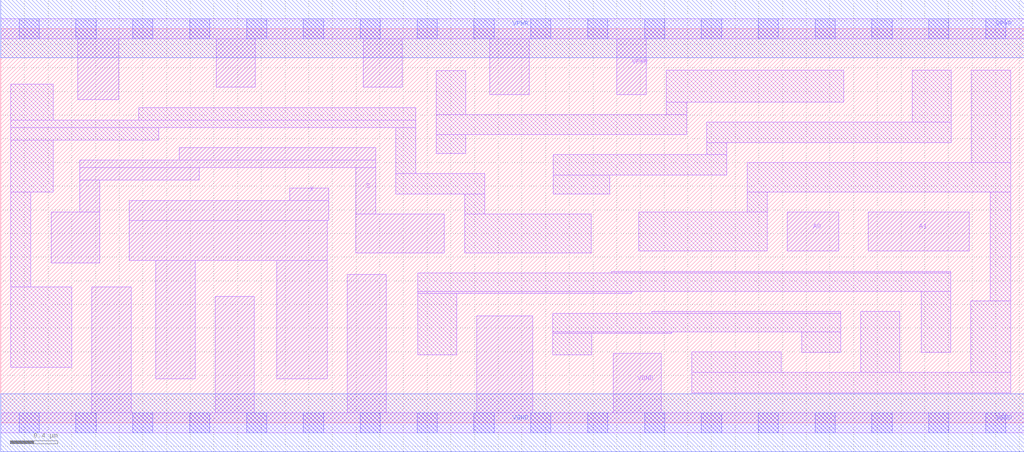
<source format=lef>
# Copyright 2020 The SkyWater PDK Authors
#
# Licensed under the Apache License, Version 2.0 (the "License");
# you may not use this file except in compliance with the License.
# You may obtain a copy of the License at
#
#     https://www.apache.org/licenses/LICENSE-2.0
#
# Unless required by applicable law or agreed to in writing, software
# distributed under the License is distributed on an "AS IS" BASIS,
# WITHOUT WARRANTIES OR CONDITIONS OF ANY KIND, either express or implied.
# See the License for the specific language governing permissions and
# limitations under the License.
#
# SPDX-License-Identifier: Apache-2.0

VERSION 5.7 ;
  NAMESCASESENSITIVE ON ;
  NOWIREEXTENSIONATPIN ON ;
  DIVIDERCHAR "/" ;
  BUSBITCHARS "[]" ;
UNITS
  DATABASE MICRONS 200 ;
END UNITS
MACRO sky130_fd_sc_ms__mux2_4
  CLASS CORE ;
  SOURCE USER ;
  FOREIGN sky130_fd_sc_ms__mux2_4 ;
  ORIGIN  0.000000  0.000000 ;
  SIZE  8.640000 BY  3.330000 ;
  SYMMETRY X Y ;
  SITE unit ;
  PIN A0
    ANTENNAGATEAREA  0.552000 ;
    DIRECTION INPUT ;
    USE SIGNAL ;
    PORT
      LAYER li1 ;
        RECT 6.640000 1.450000 7.075000 1.780000 ;
    END
  END A0
  PIN A1
    ANTENNAGATEAREA  0.552000 ;
    DIRECTION INPUT ;
    USE SIGNAL ;
    PORT
      LAYER li1 ;
        RECT 7.325000 1.450000 8.175000 1.780000 ;
    END
  END A1
  PIN S
    ANTENNAGATEAREA  0.828000 ;
    DIRECTION INPUT ;
    USE SIGNAL ;
    PORT
      LAYER li1 ;
        RECT 0.425000 1.350000 0.835000 1.780000 ;
        RECT 0.665000 1.780000 0.835000 2.050000 ;
        RECT 0.665000 2.050000 1.675000 2.155000 ;
        RECT 0.665000 2.155000 3.165000 2.220000 ;
        RECT 1.505000 2.220000 3.165000 2.325000 ;
        RECT 2.995000 1.435000 3.745000 1.765000 ;
        RECT 2.995000 1.765000 3.165000 2.155000 ;
    END
  END S
  PIN X
    ANTENNADIFFAREA  1.509350 ;
    DIRECTION OUTPUT ;
    USE SIGNAL ;
    PORT
      LAYER li1 ;
        RECT 1.085000 1.370000 2.755000 1.710000 ;
        RECT 1.085000 1.710000 2.770000 1.880000 ;
        RECT 1.310000 0.370000 1.640000 1.370000 ;
        RECT 2.330000 0.370000 2.755000 1.370000 ;
        RECT 2.440000 1.880000 2.770000 1.985000 ;
    END
  END X
  PIN VGND
    DIRECTION INOUT ;
    USE GROUND ;
    PORT
      LAYER li1 ;
        RECT 0.000000 -0.085000 8.640000 0.085000 ;
        RECT 0.770000  0.085000 1.100000 1.150000 ;
        RECT 1.810000  0.085000 2.140000 1.070000 ;
        RECT 2.925000  0.085000 3.255000 1.255000 ;
        RECT 4.020000  0.085000 4.490000 0.905000 ;
        RECT 5.170000  0.085000 5.575000 0.585000 ;
      LAYER mcon ;
        RECT 0.155000 -0.085000 0.325000 0.085000 ;
        RECT 0.635000 -0.085000 0.805000 0.085000 ;
        RECT 1.115000 -0.085000 1.285000 0.085000 ;
        RECT 1.595000 -0.085000 1.765000 0.085000 ;
        RECT 2.075000 -0.085000 2.245000 0.085000 ;
        RECT 2.555000 -0.085000 2.725000 0.085000 ;
        RECT 3.035000 -0.085000 3.205000 0.085000 ;
        RECT 3.515000 -0.085000 3.685000 0.085000 ;
        RECT 3.995000 -0.085000 4.165000 0.085000 ;
        RECT 4.475000 -0.085000 4.645000 0.085000 ;
        RECT 4.955000 -0.085000 5.125000 0.085000 ;
        RECT 5.435000 -0.085000 5.605000 0.085000 ;
        RECT 5.915000 -0.085000 6.085000 0.085000 ;
        RECT 6.395000 -0.085000 6.565000 0.085000 ;
        RECT 6.875000 -0.085000 7.045000 0.085000 ;
        RECT 7.355000 -0.085000 7.525000 0.085000 ;
        RECT 7.835000 -0.085000 8.005000 0.085000 ;
        RECT 8.315000 -0.085000 8.485000 0.085000 ;
      LAYER met1 ;
        RECT 0.000000 -0.245000 8.640000 0.245000 ;
    END
  END VGND
  PIN VPWR
    DIRECTION INOUT ;
    USE POWER ;
    PORT
      LAYER li1 ;
        RECT 0.000000 3.245000 8.640000 3.415000 ;
        RECT 0.650000 2.730000 0.995000 3.245000 ;
        RECT 1.820000 2.835000 2.150000 3.245000 ;
        RECT 3.060000 2.835000 3.390000 3.245000 ;
        RECT 4.130000 2.775000 4.460000 3.245000 ;
        RECT 5.200000 2.775000 5.450000 3.245000 ;
      LAYER mcon ;
        RECT 0.155000 3.245000 0.325000 3.415000 ;
        RECT 0.635000 3.245000 0.805000 3.415000 ;
        RECT 1.115000 3.245000 1.285000 3.415000 ;
        RECT 1.595000 3.245000 1.765000 3.415000 ;
        RECT 2.075000 3.245000 2.245000 3.415000 ;
        RECT 2.555000 3.245000 2.725000 3.415000 ;
        RECT 3.035000 3.245000 3.205000 3.415000 ;
        RECT 3.515000 3.245000 3.685000 3.415000 ;
        RECT 3.995000 3.245000 4.165000 3.415000 ;
        RECT 4.475000 3.245000 4.645000 3.415000 ;
        RECT 4.955000 3.245000 5.125000 3.415000 ;
        RECT 5.435000 3.245000 5.605000 3.415000 ;
        RECT 5.915000 3.245000 6.085000 3.415000 ;
        RECT 6.395000 3.245000 6.565000 3.415000 ;
        RECT 6.875000 3.245000 7.045000 3.415000 ;
        RECT 7.355000 3.245000 7.525000 3.415000 ;
        RECT 7.835000 3.245000 8.005000 3.415000 ;
        RECT 8.315000 3.245000 8.485000 3.415000 ;
      LAYER met1 ;
        RECT 0.000000 3.085000 8.640000 3.575000 ;
    END
  END VPWR
  OBS
    LAYER li1 ;
      RECT 0.085000 0.470000 0.600000 1.150000 ;
      RECT 0.085000 1.150000 0.255000 1.950000 ;
      RECT 0.085000 1.950000 0.445000 2.390000 ;
      RECT 0.085000 2.390000 1.335000 2.495000 ;
      RECT 0.085000 2.495000 3.505000 2.560000 ;
      RECT 0.085000 2.560000 0.445000 2.860000 ;
      RECT 1.165000 2.560000 3.505000 2.665000 ;
      RECT 3.335000 1.935000 4.085000 2.105000 ;
      RECT 3.335000 2.105000 3.505000 2.495000 ;
      RECT 3.520000 0.575000 3.850000 1.095000 ;
      RECT 3.520000 1.095000 5.325000 1.110000 ;
      RECT 3.520000 1.110000 8.020000 1.265000 ;
      RECT 3.675000 2.275000 3.925000 2.435000 ;
      RECT 3.675000 2.435000 5.790000 2.605000 ;
      RECT 3.675000 2.605000 3.925000 2.975000 ;
      RECT 3.915000 1.435000 4.985000 1.765000 ;
      RECT 3.915000 1.765000 4.085000 1.935000 ;
      RECT 4.660000 0.575000 4.990000 0.755000 ;
      RECT 4.660000 0.755000 5.665000 0.770000 ;
      RECT 4.660000 0.770000 7.090000 0.925000 ;
      RECT 4.665000 1.935000 5.140000 2.095000 ;
      RECT 4.665000 2.095000 6.130000 2.265000 ;
      RECT 5.155000 1.265000 8.020000 1.280000 ;
      RECT 5.385000 1.450000 6.470000 1.780000 ;
      RECT 5.495000 0.925000 7.090000 0.940000 ;
      RECT 5.620000 2.605000 5.790000 2.710000 ;
      RECT 5.620000 2.710000 7.115000 2.980000 ;
      RECT 5.835000 0.255000 8.525000 0.425000 ;
      RECT 5.835000 0.425000 6.590000 0.600000 ;
      RECT 5.960000 2.265000 6.130000 2.370000 ;
      RECT 5.960000 2.370000 8.025000 2.540000 ;
      RECT 6.300000 1.780000 6.470000 1.950000 ;
      RECT 6.300000 1.950000 8.525000 2.200000 ;
      RECT 6.760000 0.595000 7.090000 0.770000 ;
      RECT 7.260000 0.425000 7.590000 0.940000 ;
      RECT 7.695000 2.540000 8.025000 2.980000 ;
      RECT 7.770000 0.595000 8.020000 1.110000 ;
      RECT 8.190000 0.425000 8.525000 1.030000 ;
      RECT 8.195000 2.200000 8.525000 2.980000 ;
      RECT 8.355000 1.030000 8.525000 1.950000 ;
  END
END sky130_fd_sc_ms__mux2_4

</source>
